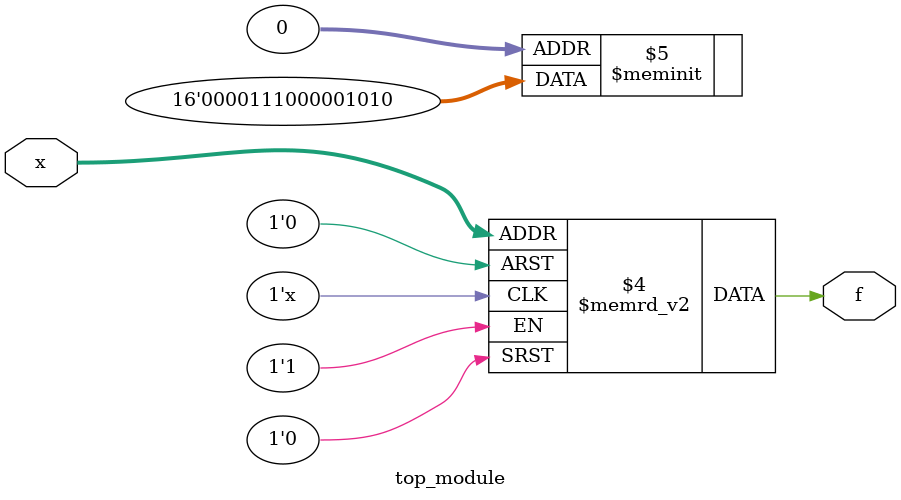
<source format=sv>
module top_module (
    input [4:1] x,
    output logic f
);

always_comb begin
    case (x)
        4'b0001, 4'b0011, 4'b1001, 4'b1010, 4'b1011: f = 1'b1;
        4'b0101, 4'b1100, 4'b1101, 4'b1110, 4'b1111: f = 1'b0;
        default: f = 1'b0; // handle don't-care cases
    endcase
end

endmodule

</source>
